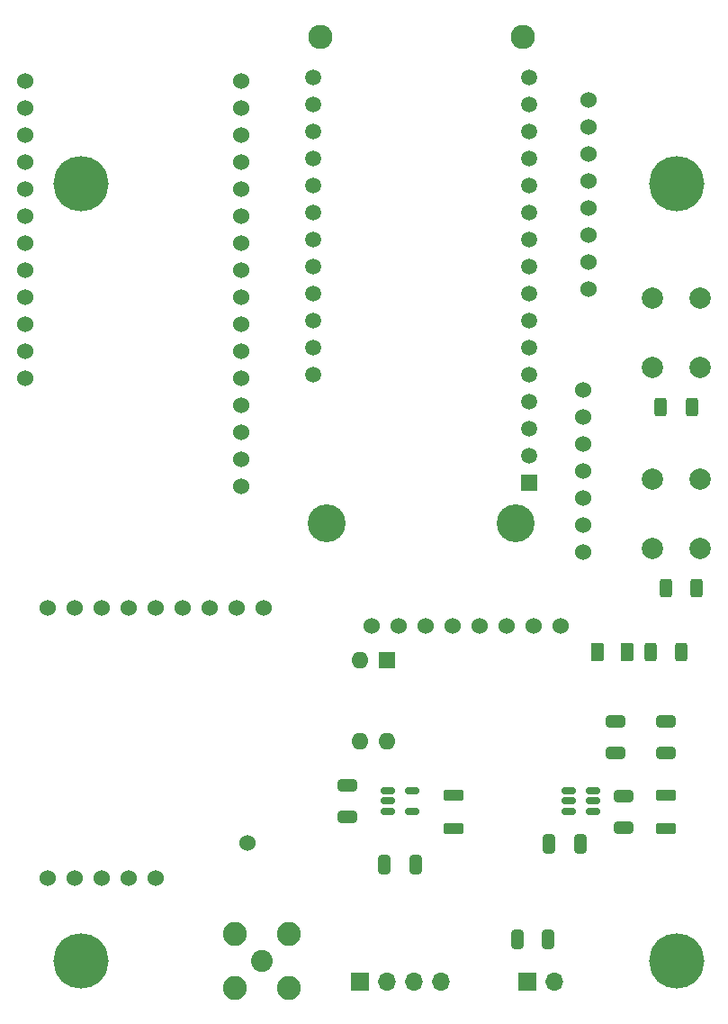
<source format=gbr>
%TF.GenerationSoftware,KiCad,Pcbnew,(6.0.10-0)*%
%TF.CreationDate,2023-01-18T17:38:16-08:00*%
%TF.ProjectId,Pioneer Controller V2,50696f6e-6565-4722-9043-6f6e74726f6c,rev?*%
%TF.SameCoordinates,Original*%
%TF.FileFunction,Soldermask,Top*%
%TF.FilePolarity,Negative*%
%FSLAX46Y46*%
G04 Gerber Fmt 4.6, Leading zero omitted, Abs format (unit mm)*
G04 Created by KiCad (PCBNEW (6.0.10-0)) date 2023-01-18 17:38:16*
%MOMM*%
%LPD*%
G01*
G04 APERTURE LIST*
G04 Aperture macros list*
%AMRoundRect*
0 Rectangle with rounded corners*
0 $1 Rounding radius*
0 $2 $3 $4 $5 $6 $7 $8 $9 X,Y pos of 4 corners*
0 Add a 4 corners polygon primitive as box body*
4,1,4,$2,$3,$4,$5,$6,$7,$8,$9,$2,$3,0*
0 Add four circle primitives for the rounded corners*
1,1,$1+$1,$2,$3*
1,1,$1+$1,$4,$5*
1,1,$1+$1,$6,$7*
1,1,$1+$1,$8,$9*
0 Add four rect primitives between the rounded corners*
20,1,$1+$1,$2,$3,$4,$5,0*
20,1,$1+$1,$4,$5,$6,$7,0*
20,1,$1+$1,$6,$7,$8,$9,0*
20,1,$1+$1,$8,$9,$2,$3,0*%
G04 Aperture macros list end*
%ADD10C,2.000000*%
%ADD11C,1.524000*%
%ADD12RoundRect,0.250000X0.650000X-0.325000X0.650000X0.325000X-0.650000X0.325000X-0.650000X-0.325000X0*%
%ADD13RoundRect,0.250000X0.312500X0.625000X-0.312500X0.625000X-0.312500X-0.625000X0.312500X-0.625000X0*%
%ADD14C,5.200000*%
%ADD15C,2.286000*%
%ADD16R,1.508000X1.508000*%
%ADD17C,1.508000*%
%ADD18C,3.556000*%
%ADD19R,1.600000X1.600000*%
%ADD20O,1.600000X1.600000*%
%ADD21RoundRect,0.250000X-0.325000X-0.650000X0.325000X-0.650000X0.325000X0.650000X-0.325000X0.650000X0*%
%ADD22C,2.050000*%
%ADD23C,2.250000*%
%ADD24RoundRect,0.150000X-0.512500X-0.150000X0.512500X-0.150000X0.512500X0.150000X-0.512500X0.150000X0*%
%ADD25R,1.700000X1.700000*%
%ADD26O,1.700000X1.700000*%
%ADD27RoundRect,0.250000X-0.700000X0.275000X-0.700000X-0.275000X0.700000X-0.275000X0.700000X0.275000X0*%
%ADD28RoundRect,0.250000X0.325000X0.650000X-0.325000X0.650000X-0.325000X-0.650000X0.325000X-0.650000X0*%
%ADD29RoundRect,0.250000X-0.312500X-0.625000X0.312500X-0.625000X0.312500X0.625000X-0.312500X0.625000X0*%
%ADD30RoundRect,0.250000X0.700000X-0.275000X0.700000X0.275000X-0.700000X0.275000X-0.700000X-0.275000X0*%
%ADD31RoundRect,0.250000X0.375000X0.625000X-0.375000X0.625000X-0.375000X-0.625000X0.375000X-0.625000X0*%
G04 APERTURE END LIST*
D10*
%TO.C,SW2*%
X90750000Y-74250000D03*
X90750000Y-67750000D03*
X95250000Y-67750000D03*
X95250000Y-74250000D03*
%TD*%
D11*
%TO.C,U1*%
X52065000Y-65875000D03*
X52065000Y-63335000D03*
X52065000Y-58255000D03*
X52065000Y-55715000D03*
X52065000Y-53175000D03*
X52065000Y-50635000D03*
X52065000Y-48095000D03*
X52065000Y-45555000D03*
X31745000Y-58255000D03*
X31745000Y-35395000D03*
X31745000Y-37935000D03*
X31745000Y-40475000D03*
X31745000Y-43015000D03*
X31745000Y-45555000D03*
X31745000Y-48095000D03*
X31745000Y-50635000D03*
X52065000Y-30315000D03*
X31745000Y-55715000D03*
X52065000Y-60795000D03*
X52065000Y-40475000D03*
X52065000Y-37935000D03*
X52065000Y-68415000D03*
X52065000Y-35395000D03*
X52065000Y-43015000D03*
X31745000Y-32855000D03*
X31745000Y-30315000D03*
X52065000Y-32855000D03*
X31745000Y-53175000D03*
%TD*%
D12*
%TO.C,C7*%
X87250000Y-93475000D03*
X87250000Y-90525000D03*
%TD*%
D13*
%TO.C,R2*%
X94462500Y-61000000D03*
X91537500Y-61000000D03*
%TD*%
D14*
%TO.C,H2*%
X37000000Y-40000000D03*
%TD*%
D10*
%TO.C,SW1*%
X90750000Y-57250000D03*
X90750000Y-50750000D03*
X95250000Y-57250000D03*
X95250000Y-50750000D03*
%TD*%
D15*
%TO.C,U2*%
X78525000Y-26140000D03*
X59475000Y-26140000D03*
D16*
X79160000Y-68050000D03*
D17*
X79160000Y-65510000D03*
X79160000Y-62970000D03*
X79160000Y-60430000D03*
X79160000Y-57890000D03*
X79160000Y-55350000D03*
X79160000Y-52810000D03*
X79160000Y-50270000D03*
X79160000Y-47730000D03*
X79160000Y-45190000D03*
X79160000Y-42650000D03*
X79160000Y-40110000D03*
X79160000Y-37570000D03*
X79160000Y-35030000D03*
X79160000Y-32490000D03*
X79160000Y-29950000D03*
X58840000Y-57890000D03*
X58840000Y-55350000D03*
X58840000Y-52810000D03*
X58840000Y-50270000D03*
X58840000Y-47730000D03*
X58840000Y-45190000D03*
X58840000Y-42650000D03*
X58840000Y-40110000D03*
X58840000Y-37570000D03*
X58840000Y-35030000D03*
X58840000Y-32490000D03*
X58840000Y-29950000D03*
D18*
X77890000Y-71860000D03*
X60110000Y-71860000D03*
%TD*%
D19*
%TO.C,SW5*%
X65775000Y-84732500D03*
D20*
X63235000Y-84732500D03*
X63235000Y-92352500D03*
X65775000Y-92352500D03*
%TD*%
D21*
%TO.C,C5*%
X81025000Y-102000000D03*
X83975000Y-102000000D03*
%TD*%
D22*
%TO.C,J4*%
X54000000Y-113000000D03*
D23*
X56540000Y-110460000D03*
X51460000Y-110460000D03*
X56540000Y-115540000D03*
X51460000Y-115540000D03*
%TD*%
D24*
%TO.C,U7*%
X82862500Y-97050000D03*
X82862500Y-98000000D03*
X82862500Y-98950000D03*
X85137500Y-98950000D03*
X85137500Y-98000000D03*
X85137500Y-97050000D03*
%TD*%
D12*
%TO.C,C6*%
X88000000Y-100475000D03*
X88000000Y-97525000D03*
%TD*%
%TO.C,C3*%
X92000000Y-93475000D03*
X92000000Y-90525000D03*
%TD*%
D25*
%TO.C,J1*%
X63200000Y-115000000D03*
D26*
X65740000Y-115000000D03*
X68280000Y-115000000D03*
X70820000Y-115000000D03*
%TD*%
D25*
%TO.C,J2*%
X79000000Y-115000000D03*
D26*
X81540000Y-115000000D03*
%TD*%
D27*
%TO.C,L1*%
X72000000Y-97425000D03*
X72000000Y-100575000D03*
%TD*%
D13*
%TO.C,R3*%
X94925000Y-78000000D03*
X92000000Y-78000000D03*
%TD*%
D28*
%TO.C,C2*%
X68475000Y-104000000D03*
X65525000Y-104000000D03*
%TD*%
D24*
%TO.C,U6*%
X65862500Y-97050000D03*
X65862500Y-98000000D03*
X65862500Y-98950000D03*
X68137500Y-98950000D03*
X68137500Y-97050000D03*
%TD*%
D28*
%TO.C,C4*%
X80950000Y-111000000D03*
X78000000Y-111000000D03*
%TD*%
D29*
%TO.C,R1*%
X90537500Y-84000000D03*
X93462500Y-84000000D03*
%TD*%
D14*
%TO.C,H4*%
X93000000Y-113000000D03*
%TD*%
%TO.C,H1*%
X93000000Y-40000000D03*
%TD*%
D12*
%TO.C,C1*%
X62000000Y-99475000D03*
X62000000Y-96525000D03*
%TD*%
D14*
%TO.C,H3*%
X37000000Y-113000000D03*
%TD*%
D30*
%TO.C,L2*%
X92000000Y-100575000D03*
X92000000Y-97425000D03*
%TD*%
D31*
%TO.C,D1*%
X88400000Y-84000000D03*
X85600000Y-84000000D03*
%TD*%
D11*
%TO.C,U5*%
X84240000Y-61920000D03*
X84240000Y-74620000D03*
X84240000Y-64460000D03*
X84240000Y-67000000D03*
X84240000Y-72080000D03*
X84240000Y-69540000D03*
X84240000Y-59380000D03*
%TD*%
%TO.C,U8*%
X66900000Y-81510000D03*
X64360000Y-81510000D03*
X82140000Y-81510000D03*
X71980000Y-81510000D03*
X79600000Y-81510000D03*
X77060000Y-81510000D03*
X74520000Y-81510000D03*
X69440000Y-81510000D03*
%TD*%
%TO.C,U4*%
X51620000Y-79840000D03*
X38920000Y-79840000D03*
X41460000Y-79840000D03*
X33840000Y-105240000D03*
X36380000Y-105240000D03*
X38920000Y-105240000D03*
X41460000Y-105240000D03*
X44000000Y-105240000D03*
X36380000Y-79840000D03*
X46540000Y-79840000D03*
X49080000Y-79840000D03*
X54160000Y-79840000D03*
X44000000Y-79840000D03*
X52636000Y-101910000D03*
X33840000Y-79840000D03*
%TD*%
%TO.C,U3*%
X84699000Y-44810000D03*
X84699000Y-42270000D03*
X84699000Y-34650000D03*
X84699000Y-49890000D03*
X84699000Y-37190000D03*
X84699000Y-39730000D03*
X84699000Y-47350000D03*
X84699000Y-32110000D03*
%TD*%
M02*

</source>
